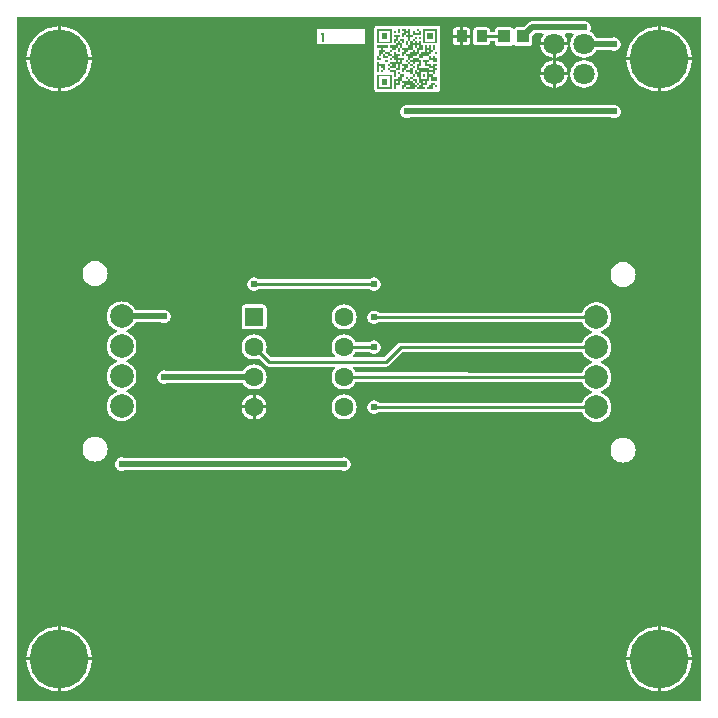
<source format=gtl>
G04 Layer: TopLayer*
G04 EasyEDA v6.5.34, 2023-08-21 18:11:39*
G04 7b247d529b5f40d99c6f45047b1d8e8f,5a6b42c53f6a479593ecc07194224c93,10*
G04 Gerber Generator version 0.2*
G04 Scale: 100 percent, Rotated: No, Reflected: No *
G04 Dimensions in millimeters *
G04 leading zeros omitted , absolute positions ,4 integer and 5 decimal *
%FSLAX45Y45*%
%MOMM*%

%ADD10C,0.1524*%
%ADD11C,0.5000*%
%ADD12C,0.2540*%
%ADD13R,1.0000X1.1000*%
%ADD14R,0.8999X1.0000*%
%ADD15R,1.6002X1.6002*%
%ADD16C,1.6002*%
%ADD17C,5.0000*%
%ADD18C,1.8000*%
%ADD19C,2.0000*%
%ADD20C,0.6096*%
%ADD21C,0.0172*%

%LPD*%
G36*
X5805932Y25908D02*
G01*
X36068Y26416D01*
X32156Y27178D01*
X28905Y29362D01*
X26670Y32664D01*
X25908Y36576D01*
X25908Y5805932D01*
X26670Y5809843D01*
X28905Y5813094D01*
X32156Y5815330D01*
X36068Y5816092D01*
X2555240Y5816092D01*
X2559100Y5815330D01*
X2562402Y5813094D01*
X2564638Y5809843D01*
X2565400Y5805932D01*
X2566162Y5809843D01*
X2568346Y5813094D01*
X2571648Y5815330D01*
X2575560Y5816092D01*
X3050540Y5816092D01*
X3054400Y5815330D01*
X3057702Y5813094D01*
X3059938Y5809843D01*
X3060700Y5805932D01*
X3061462Y5809843D01*
X3063646Y5813094D01*
X3066948Y5815330D01*
X3070860Y5816092D01*
X5805932Y5816092D01*
X5809843Y5815330D01*
X5813094Y5813094D01*
X5815330Y5809843D01*
X5816092Y5805932D01*
X5816092Y36068D01*
X5815330Y32207D01*
X5813094Y28905D01*
X5809843Y26670D01*
G37*

%LPC*%
G36*
X5156250Y3530803D02*
G01*
X5170068Y3531717D01*
X5183632Y3534410D01*
X5196738Y3538880D01*
X5209184Y3544976D01*
X5220665Y3552698D01*
X5231079Y3561842D01*
X5240223Y3572256D01*
X5247944Y3583736D01*
X5254040Y3596182D01*
X5258511Y3609289D01*
X5261203Y3622852D01*
X5262118Y3636670D01*
X5261203Y3650538D01*
X5258511Y3664102D01*
X5254040Y3677208D01*
X5247944Y3689654D01*
X5240223Y3701135D01*
X5231079Y3711549D01*
X5220665Y3720693D01*
X5209184Y3728415D01*
X5196738Y3734511D01*
X5183632Y3738981D01*
X5170068Y3741674D01*
X5156250Y3742588D01*
X5142382Y3741674D01*
X5128818Y3738981D01*
X5115712Y3734511D01*
X5103266Y3728415D01*
X5091785Y3720693D01*
X5081371Y3711549D01*
X5072227Y3701135D01*
X5064506Y3689654D01*
X5058410Y3677208D01*
X5053939Y3664102D01*
X5051247Y3650538D01*
X5050332Y3636670D01*
X5051247Y3622852D01*
X5053939Y3609289D01*
X5058410Y3596182D01*
X5064506Y3583736D01*
X5072227Y3572256D01*
X5081371Y3561842D01*
X5091785Y3552698D01*
X5103266Y3544976D01*
X5115712Y3538880D01*
X5128818Y3534410D01*
X5142382Y3531717D01*
G37*
G36*
X393700Y105562D02*
G01*
X398322Y105664D01*
X421284Y108051D01*
X443992Y112369D01*
X466242Y118618D01*
X487934Y126644D01*
X508812Y136499D01*
X528828Y148031D01*
X547827Y161239D01*
X565607Y175971D01*
X582117Y192125D01*
X597204Y209600D01*
X610819Y228295D01*
X622757Y248107D01*
X633018Y268782D01*
X641553Y290271D01*
X648208Y312369D01*
X653034Y334975D01*
X655929Y357936D01*
X656336Y368300D01*
X393700Y368300D01*
G37*
G36*
X5448300Y105613D02*
G01*
X5448300Y368300D01*
X5185410Y368300D01*
X5187289Y346405D01*
X5191150Y323646D01*
X5196890Y301244D01*
X5204460Y279450D01*
X5213858Y258317D01*
X5224983Y238099D01*
X5237784Y218846D01*
X5252161Y200710D01*
X5267960Y183896D01*
X5285130Y168402D01*
X5303520Y154432D01*
X5323027Y142087D01*
X5343499Y131368D01*
X5364835Y122428D01*
X5386781Y115265D01*
X5409285Y109982D01*
X5432145Y106629D01*
G37*
G36*
X368300Y105613D02*
G01*
X368300Y368300D01*
X105410Y368300D01*
X107289Y346405D01*
X111150Y323646D01*
X116890Y301244D01*
X124460Y279450D01*
X133858Y258317D01*
X144983Y238099D01*
X157784Y218846D01*
X172161Y200710D01*
X187960Y183896D01*
X205130Y168402D01*
X223520Y154432D01*
X243027Y142087D01*
X263499Y131368D01*
X284835Y122428D01*
X306781Y115265D01*
X329285Y109982D01*
X352145Y106629D01*
G37*
G36*
X5473700Y393700D02*
G01*
X5736336Y393700D01*
X5735929Y404063D01*
X5733034Y427024D01*
X5728208Y449630D01*
X5721553Y471728D01*
X5713018Y493217D01*
X5702757Y513892D01*
X5690819Y533704D01*
X5677204Y552348D01*
X5662117Y569874D01*
X5645607Y586028D01*
X5627827Y600760D01*
X5608828Y613968D01*
X5588812Y625500D01*
X5567934Y635355D01*
X5546242Y643382D01*
X5523992Y649630D01*
X5501284Y653948D01*
X5478322Y656336D01*
X5473700Y656437D01*
G37*
G36*
X393700Y393700D02*
G01*
X656336Y393700D01*
X655929Y404063D01*
X653034Y427024D01*
X648208Y449630D01*
X641553Y471728D01*
X633018Y493217D01*
X622757Y513892D01*
X610819Y533704D01*
X597204Y552348D01*
X582117Y569874D01*
X565607Y586028D01*
X547827Y600760D01*
X528828Y613968D01*
X508812Y625500D01*
X487934Y635355D01*
X466242Y643382D01*
X443992Y649630D01*
X421284Y653948D01*
X398322Y656336D01*
X393700Y656437D01*
G37*
G36*
X5185410Y393700D02*
G01*
X5448300Y393700D01*
X5448300Y656386D01*
X5432145Y655370D01*
X5409285Y652018D01*
X5386781Y646734D01*
X5364835Y639572D01*
X5343499Y630631D01*
X5323027Y619912D01*
X5303520Y607568D01*
X5285130Y593598D01*
X5267960Y578104D01*
X5252161Y561289D01*
X5237784Y543153D01*
X5224983Y523900D01*
X5213858Y503682D01*
X5204460Y482549D01*
X5196890Y460756D01*
X5191150Y438353D01*
X5187289Y415594D01*
G37*
G36*
X105410Y393700D02*
G01*
X368300Y393700D01*
X368300Y656386D01*
X352145Y655370D01*
X329285Y652018D01*
X306781Y646734D01*
X284835Y639572D01*
X263499Y630631D01*
X243027Y619912D01*
X223520Y607568D01*
X205130Y593598D01*
X187960Y578104D01*
X172161Y561289D01*
X157784Y543153D01*
X144983Y523900D01*
X133858Y503682D01*
X124460Y482549D01*
X116890Y460756D01*
X111150Y438353D01*
X107289Y415594D01*
G37*
G36*
X910793Y1975662D02*
G01*
X920597Y1976526D01*
X930097Y1979066D01*
X932434Y1980133D01*
X936701Y1981098D01*
X2768092Y1981098D01*
X2772359Y1980133D01*
X2774746Y1979066D01*
X2784195Y1976526D01*
X2794000Y1975662D01*
X2803804Y1976526D01*
X2813253Y1979066D01*
X2822194Y1983181D01*
X2830220Y1988820D01*
X2837180Y1995779D01*
X2842818Y2003806D01*
X2846933Y2012746D01*
X2849473Y2022195D01*
X2850337Y2032000D01*
X2849473Y2041804D01*
X2846933Y2051253D01*
X2842818Y2060193D01*
X2837180Y2068220D01*
X2830220Y2075180D01*
X2822194Y2080818D01*
X2813253Y2084933D01*
X2803804Y2087473D01*
X2794000Y2088337D01*
X2784195Y2087473D01*
X2774746Y2084933D01*
X2772359Y2083866D01*
X2768092Y2082901D01*
X936701Y2082901D01*
X932434Y2083866D01*
X930097Y2084933D01*
X920597Y2087473D01*
X910793Y2088337D01*
X901039Y2087473D01*
X891540Y2084933D01*
X882650Y2080818D01*
X874572Y2075180D01*
X867664Y2068220D01*
X862025Y2060193D01*
X857859Y2051253D01*
X855319Y2041804D01*
X854456Y2032000D01*
X855319Y2022195D01*
X857859Y2012746D01*
X862025Y2003806D01*
X867664Y1995779D01*
X874572Y1988820D01*
X882650Y1983181D01*
X891540Y1979066D01*
X901039Y1976526D01*
G37*
G36*
X3801211Y5664200D02*
G01*
X3859377Y5664200D01*
X3859377Y5700928D01*
X3858666Y5707227D01*
X3856786Y5712714D01*
X3853687Y5717590D01*
X3849573Y5721705D01*
X3844696Y5724804D01*
X3839210Y5726684D01*
X3832910Y5727395D01*
X3801211Y5727395D01*
G37*
G36*
X5156250Y2043734D02*
G01*
X5170068Y2044598D01*
X5183632Y2047341D01*
X5196738Y2051761D01*
X5209184Y2057907D01*
X5220665Y2065578D01*
X5231079Y2074722D01*
X5240223Y2085136D01*
X5247944Y2096668D01*
X5254040Y2109063D01*
X5258511Y2122220D01*
X5261203Y2135784D01*
X5262118Y2149602D01*
X5261203Y2163419D01*
X5258511Y2176983D01*
X5254040Y2190140D01*
X5247944Y2202535D01*
X5240223Y2214067D01*
X5231079Y2224481D01*
X5220665Y2233625D01*
X5209184Y2241296D01*
X5196738Y2247442D01*
X5183632Y2251862D01*
X5170068Y2254605D01*
X5156250Y2255469D01*
X5142382Y2254605D01*
X5128818Y2251862D01*
X5115712Y2247442D01*
X5103266Y2241296D01*
X5091785Y2233625D01*
X5081371Y2224481D01*
X5072227Y2214067D01*
X5064506Y2202535D01*
X5058410Y2190140D01*
X5053939Y2176983D01*
X5051247Y2163419D01*
X5050332Y2149602D01*
X5051247Y2135784D01*
X5053939Y2122220D01*
X5058410Y2109063D01*
X5064506Y2096668D01*
X5072227Y2085136D01*
X5081371Y2074722D01*
X5091785Y2065578D01*
X5103266Y2057907D01*
X5115712Y2051761D01*
X5128818Y2047341D01*
X5142382Y2044598D01*
G37*
G36*
X685800Y2051913D02*
G01*
X699617Y2052828D01*
X713181Y2055520D01*
X726338Y2059990D01*
X738733Y2066086D01*
X750265Y2073808D01*
X760679Y2082952D01*
X769823Y2093366D01*
X777494Y2104847D01*
X783640Y2117293D01*
X788060Y2130399D01*
X790803Y2143963D01*
X791667Y2157780D01*
X790803Y2171649D01*
X788060Y2185212D01*
X783640Y2198319D01*
X777494Y2210765D01*
X769823Y2222246D01*
X760679Y2232660D01*
X750265Y2241804D01*
X738733Y2249525D01*
X726338Y2255621D01*
X713181Y2260092D01*
X699617Y2262784D01*
X685800Y2263698D01*
X671982Y2262784D01*
X658418Y2260092D01*
X645261Y2255621D01*
X632866Y2249525D01*
X621334Y2241804D01*
X610920Y2232660D01*
X601776Y2222246D01*
X594106Y2210765D01*
X587959Y2198319D01*
X583539Y2185212D01*
X580796Y2171649D01*
X579932Y2157780D01*
X580796Y2143963D01*
X583539Y2130399D01*
X587959Y2117293D01*
X594106Y2104847D01*
X601776Y2093366D01*
X610920Y2082952D01*
X621334Y2073808D01*
X632866Y2066086D01*
X645261Y2059990D01*
X658418Y2055520D01*
X671982Y2052828D01*
G37*
G36*
X3717594Y5664200D02*
G01*
X3775811Y5664200D01*
X3775811Y5727395D01*
X3744061Y5727395D01*
X3737762Y5726684D01*
X3732276Y5724804D01*
X3727399Y5721705D01*
X3723284Y5717590D01*
X3720185Y5712714D01*
X3718306Y5707227D01*
X3717594Y5700928D01*
G37*
G36*
X4931206Y2386279D02*
G01*
X4946396Y2387193D01*
X4961331Y2389936D01*
X4975860Y2394458D01*
X4989728Y2400706D01*
X5002733Y2408580D01*
X5014722Y2417927D01*
X5025440Y2428697D01*
X5034838Y2440635D01*
X5042662Y2453690D01*
X5048910Y2467508D01*
X5053431Y2482037D01*
X5056174Y2496972D01*
X5057089Y2512161D01*
X5056174Y2527350D01*
X5053431Y2542286D01*
X5048910Y2556814D01*
X5042662Y2570683D01*
X5034838Y2583688D01*
X5025440Y2595626D01*
X5014722Y2606395D01*
X5002733Y2615793D01*
X4989728Y2623616D01*
X4975809Y2629916D01*
X4972659Y2632151D01*
X4970526Y2635351D01*
X4969814Y2639161D01*
X4970526Y2642971D01*
X4972659Y2646222D01*
X4975809Y2648458D01*
X4989728Y2654706D01*
X5002733Y2662580D01*
X5014722Y2671927D01*
X5025440Y2682697D01*
X5034838Y2694635D01*
X5042662Y2707690D01*
X5048910Y2721508D01*
X5053431Y2736037D01*
X5056174Y2750972D01*
X5057089Y2766161D01*
X5056174Y2781350D01*
X5053431Y2796286D01*
X5048910Y2810814D01*
X5042662Y2824683D01*
X5034838Y2837688D01*
X5025440Y2849626D01*
X5014722Y2860395D01*
X5002733Y2869793D01*
X4989728Y2877616D01*
X4975809Y2883916D01*
X4972659Y2886151D01*
X4970526Y2889351D01*
X4969814Y2893161D01*
X4970526Y2896971D01*
X4972659Y2900222D01*
X4975809Y2902458D01*
X4989728Y2908706D01*
X5002733Y2916580D01*
X5014722Y2925927D01*
X5025440Y2936697D01*
X5034838Y2948635D01*
X5042662Y2961690D01*
X5048910Y2975508D01*
X5053431Y2990037D01*
X5056174Y3004972D01*
X5057089Y3020161D01*
X5056174Y3035350D01*
X5053431Y3050286D01*
X5048910Y3064814D01*
X5042662Y3078683D01*
X5034838Y3091688D01*
X5025440Y3103626D01*
X5014722Y3114395D01*
X5002733Y3123793D01*
X4989728Y3131616D01*
X4975809Y3137916D01*
X4972659Y3140151D01*
X4970526Y3143351D01*
X4969814Y3147161D01*
X4970526Y3150971D01*
X4972659Y3154222D01*
X4975809Y3156458D01*
X4989728Y3162706D01*
X5002733Y3170580D01*
X5014722Y3179927D01*
X5025440Y3190697D01*
X5034838Y3202635D01*
X5042662Y3215690D01*
X5048910Y3229508D01*
X5053431Y3244037D01*
X5056174Y3258972D01*
X5057089Y3274161D01*
X5056174Y3289350D01*
X5053431Y3304286D01*
X5048910Y3318814D01*
X5042662Y3332683D01*
X5034838Y3345687D01*
X5025440Y3357626D01*
X5014722Y3368395D01*
X5002733Y3377793D01*
X4989728Y3385616D01*
X4975860Y3391865D01*
X4961331Y3396386D01*
X4946396Y3399129D01*
X4931206Y3400044D01*
X4916017Y3399129D01*
X4901082Y3396386D01*
X4886553Y3391865D01*
X4872736Y3385616D01*
X4859680Y3377793D01*
X4847742Y3368395D01*
X4836972Y3357626D01*
X4827625Y3345687D01*
X4819751Y3332683D01*
X4813503Y3318764D01*
X4811268Y3315614D01*
X4808016Y3313480D01*
X4804206Y3312769D01*
X3093008Y3312769D01*
X3089097Y3313531D01*
X3085795Y3315766D01*
X3084220Y3317341D01*
X3076194Y3322980D01*
X3067253Y3327095D01*
X3057804Y3329635D01*
X3048000Y3330498D01*
X3038195Y3329635D01*
X3028746Y3327095D01*
X3019806Y3322980D01*
X3011779Y3317341D01*
X3004820Y3310382D01*
X2999181Y3302355D01*
X2995066Y3293414D01*
X2992526Y3283965D01*
X2991662Y3274161D01*
X2992526Y3264357D01*
X2995066Y3254908D01*
X2999181Y3245967D01*
X3004820Y3237941D01*
X3011779Y3230981D01*
X3019806Y3225342D01*
X3028746Y3221228D01*
X3038195Y3218688D01*
X3048000Y3217824D01*
X3057804Y3218688D01*
X3067253Y3221228D01*
X3076194Y3225342D01*
X3084220Y3230981D01*
X3085795Y3232556D01*
X3089097Y3234791D01*
X3093008Y3235553D01*
X4804206Y3235553D01*
X4808016Y3234842D01*
X4811268Y3232708D01*
X4813503Y3229559D01*
X4819751Y3215690D01*
X4827625Y3202635D01*
X4836972Y3190697D01*
X4847742Y3179927D01*
X4859680Y3170580D01*
X4872736Y3162706D01*
X4886655Y3156458D01*
X4889804Y3154222D01*
X4891887Y3150971D01*
X4892649Y3147161D01*
X4891887Y3143351D01*
X4889804Y3140151D01*
X4886655Y3137916D01*
X4872736Y3131616D01*
X4859680Y3123793D01*
X4847742Y3114395D01*
X4836972Y3103626D01*
X4827625Y3091688D01*
X4819751Y3078683D01*
X4813503Y3064764D01*
X4811268Y3061614D01*
X4808016Y3059480D01*
X4804206Y3058769D01*
X3274669Y3058769D01*
X3266643Y3057956D01*
X3259429Y3055772D01*
X3252724Y3052216D01*
X3246526Y3047085D01*
X3136595Y2937154D01*
X3133293Y2934970D01*
X3129381Y2934208D01*
X2879445Y2934208D01*
X2875686Y2934919D01*
X2872435Y2937002D01*
X2870200Y2940151D01*
X2869285Y2943910D01*
X2869844Y2947720D01*
X2871825Y2951073D01*
X2878023Y2958134D01*
X2885694Y2969666D01*
X2889961Y2978302D01*
X2892247Y2981299D01*
X2895396Y2983280D01*
X2899105Y2983992D01*
X3002991Y2983992D01*
X3006902Y2983230D01*
X3010204Y2980994D01*
X3011779Y2979420D01*
X3019806Y2973781D01*
X3028746Y2969666D01*
X3038195Y2967126D01*
X3048000Y2966262D01*
X3057804Y2967126D01*
X3067253Y2969666D01*
X3076194Y2973781D01*
X3084220Y2979420D01*
X3091180Y2986379D01*
X3096818Y2994406D01*
X3100933Y3003346D01*
X3103473Y3012795D01*
X3104337Y3022600D01*
X3103473Y3032404D01*
X3100933Y3041853D01*
X3096818Y3050794D01*
X3091180Y3058820D01*
X3084220Y3065780D01*
X3076194Y3071418D01*
X3067253Y3075533D01*
X3057804Y3078073D01*
X3048000Y3078937D01*
X3038195Y3078073D01*
X3028746Y3075533D01*
X3019806Y3071418D01*
X3011779Y3065780D01*
X3010204Y3064205D01*
X3006902Y3061970D01*
X3002991Y3061208D01*
X2899105Y3061208D01*
X2895396Y3061919D01*
X2892247Y3063900D01*
X2889961Y3066897D01*
X2885694Y3075533D01*
X2878023Y3087065D01*
X2868879Y3097479D01*
X2858465Y3106623D01*
X2846933Y3114294D01*
X2834538Y3120440D01*
X2821381Y3124860D01*
X2807817Y3127603D01*
X2794000Y3128467D01*
X2780182Y3127603D01*
X2766568Y3124860D01*
X2753461Y3120440D01*
X2741066Y3114294D01*
X2729534Y3106623D01*
X2719120Y3097479D01*
X2709976Y3087065D01*
X2702306Y3075533D01*
X2696159Y3063138D01*
X2691688Y3049981D01*
X2688996Y3036417D01*
X2688082Y3022600D01*
X2688996Y3008782D01*
X2691688Y2995168D01*
X2696159Y2982061D01*
X2702306Y2969666D01*
X2709976Y2958134D01*
X2716174Y2951073D01*
X2718104Y2947720D01*
X2718714Y2943910D01*
X2717800Y2940151D01*
X2715564Y2937002D01*
X2712313Y2934919D01*
X2708554Y2934208D01*
X2179218Y2934208D01*
X2175306Y2934970D01*
X2172004Y2937154D01*
X2133600Y2975559D01*
X2131517Y2978658D01*
X2130653Y2982315D01*
X2131161Y2986024D01*
X2134260Y2995168D01*
X2137003Y3008782D01*
X2137867Y3022600D01*
X2137003Y3036417D01*
X2134260Y3049981D01*
X2129840Y3063138D01*
X2123694Y3075533D01*
X2116023Y3087065D01*
X2106879Y3097479D01*
X2096465Y3106623D01*
X2084933Y3114294D01*
X2072538Y3120440D01*
X2059381Y3124860D01*
X2045817Y3127603D01*
X2032000Y3128467D01*
X2018182Y3127603D01*
X2004568Y3124860D01*
X1991461Y3120440D01*
X1979066Y3114294D01*
X1967534Y3106623D01*
X1957120Y3097479D01*
X1947976Y3087065D01*
X1940306Y3075533D01*
X1934159Y3063138D01*
X1929688Y3049981D01*
X1926996Y3036417D01*
X1926082Y3022600D01*
X1926996Y3008782D01*
X1929688Y2995168D01*
X1934159Y2982061D01*
X1940306Y2969666D01*
X1947976Y2958134D01*
X1957120Y2947720D01*
X1967534Y2938576D01*
X1979066Y2930906D01*
X1991461Y2924759D01*
X2004568Y2920288D01*
X2018182Y2917596D01*
X2032000Y2916682D01*
X2045817Y2917596D01*
X2059381Y2920288D01*
X2068575Y2923438D01*
X2072284Y2923946D01*
X2075942Y2923082D01*
X2078989Y2921000D01*
X2131364Y2868625D01*
X2137562Y2863545D01*
X2144217Y2859989D01*
X2151481Y2857754D01*
X2159508Y2856992D01*
X2708554Y2856992D01*
X2712313Y2856230D01*
X2715564Y2854147D01*
X2717800Y2850997D01*
X2718714Y2847289D01*
X2718104Y2843479D01*
X2716174Y2840126D01*
X2709976Y2833065D01*
X2702306Y2821533D01*
X2696159Y2809138D01*
X2691688Y2795981D01*
X2688996Y2782417D01*
X2688082Y2768600D01*
X2688996Y2754782D01*
X2691688Y2741168D01*
X2696159Y2728061D01*
X2702306Y2715666D01*
X2709976Y2704134D01*
X2719120Y2693720D01*
X2729534Y2684576D01*
X2741066Y2676906D01*
X2753461Y2670759D01*
X2766568Y2666288D01*
X2780182Y2663596D01*
X2794000Y2662682D01*
X2807817Y2663596D01*
X2821381Y2666288D01*
X2834538Y2670759D01*
X2846933Y2676906D01*
X2858465Y2684576D01*
X2868879Y2693720D01*
X2878023Y2704134D01*
X2885694Y2715666D01*
X2889910Y2724200D01*
X2892196Y2727198D01*
X2895346Y2729179D01*
X2899054Y2729890D01*
X4804206Y2727604D01*
X4808016Y2726842D01*
X4811268Y2724759D01*
X4813452Y2721610D01*
X4819751Y2707690D01*
X4827625Y2694635D01*
X4836972Y2682697D01*
X4847742Y2671927D01*
X4859680Y2662580D01*
X4872736Y2654706D01*
X4886655Y2648458D01*
X4889804Y2646222D01*
X4891887Y2642971D01*
X4892649Y2639161D01*
X4891887Y2635351D01*
X4889804Y2632151D01*
X4886655Y2629916D01*
X4872736Y2623616D01*
X4859680Y2615793D01*
X4847742Y2606395D01*
X4836972Y2595626D01*
X4827625Y2583688D01*
X4819751Y2570683D01*
X4813503Y2556764D01*
X4811268Y2553614D01*
X4808016Y2551531D01*
X4804206Y2550769D01*
X3095396Y2550769D01*
X3091535Y2551531D01*
X3088233Y2553766D01*
X3084220Y2557780D01*
X3076194Y2563418D01*
X3067253Y2567533D01*
X3057804Y2570073D01*
X3048000Y2570937D01*
X3038195Y2570073D01*
X3028746Y2567533D01*
X3019806Y2563418D01*
X3011779Y2557780D01*
X3004820Y2550820D01*
X2999181Y2542794D01*
X2995066Y2533853D01*
X2992526Y2524404D01*
X2991662Y2514600D01*
X2992526Y2504795D01*
X2995066Y2495346D01*
X2999181Y2486406D01*
X3004820Y2478379D01*
X3011779Y2471420D01*
X3019806Y2465781D01*
X3028746Y2461666D01*
X3038195Y2459126D01*
X3048000Y2458262D01*
X3057804Y2459126D01*
X3067253Y2461666D01*
X3076194Y2465781D01*
X3084626Y2471724D01*
X3087420Y2473096D01*
X3090468Y2473553D01*
X4804206Y2473553D01*
X4808016Y2472842D01*
X4811268Y2470708D01*
X4813503Y2467559D01*
X4819751Y2453690D01*
X4827625Y2440635D01*
X4836972Y2428697D01*
X4847742Y2417927D01*
X4859680Y2408580D01*
X4872736Y2400706D01*
X4886553Y2394458D01*
X4901082Y2389936D01*
X4916017Y2387193D01*
G37*
G36*
X910793Y2394458D02*
G01*
X925982Y2395372D01*
X940917Y2398115D01*
X955446Y2402636D01*
X969314Y2408885D01*
X982319Y2416708D01*
X994308Y2426106D01*
X1005027Y2436876D01*
X1014425Y2448814D01*
X1022299Y2461818D01*
X1028496Y2475687D01*
X1033018Y2490216D01*
X1035761Y2505151D01*
X1036675Y2520340D01*
X1035761Y2535529D01*
X1033018Y2550464D01*
X1028496Y2564993D01*
X1022299Y2578811D01*
X1014425Y2591866D01*
X1005027Y2603804D01*
X994308Y2614574D01*
X982319Y2623921D01*
X969314Y2631795D01*
X955395Y2638044D01*
X952246Y2640279D01*
X950112Y2643530D01*
X949401Y2647340D01*
X950112Y2651150D01*
X952246Y2654350D01*
X955395Y2656586D01*
X969314Y2662885D01*
X982319Y2670708D01*
X994308Y2680106D01*
X1005027Y2690876D01*
X1014425Y2702814D01*
X1022299Y2715818D01*
X1028496Y2729687D01*
X1033018Y2744216D01*
X1035761Y2759151D01*
X1036675Y2774340D01*
X1035761Y2789529D01*
X1033018Y2804464D01*
X1028496Y2818993D01*
X1022299Y2832811D01*
X1014425Y2845866D01*
X1005027Y2857804D01*
X994308Y2868574D01*
X982319Y2877921D01*
X969314Y2885795D01*
X955395Y2892044D01*
X952246Y2894279D01*
X950112Y2897530D01*
X949401Y2901340D01*
X950112Y2905150D01*
X952246Y2908350D01*
X955395Y2910586D01*
X969314Y2916885D01*
X982319Y2924708D01*
X994308Y2934106D01*
X1005027Y2944876D01*
X1014425Y2956814D01*
X1022299Y2969818D01*
X1028496Y2983687D01*
X1033018Y2998216D01*
X1035761Y3013151D01*
X1036675Y3028340D01*
X1035761Y3043529D01*
X1033018Y3058464D01*
X1028496Y3072993D01*
X1022299Y3086811D01*
X1014425Y3099866D01*
X1005027Y3111804D01*
X994308Y3122574D01*
X982319Y3131921D01*
X969314Y3139795D01*
X955395Y3146044D01*
X952246Y3148279D01*
X950112Y3151530D01*
X949401Y3155340D01*
X950112Y3159150D01*
X952246Y3162350D01*
X955395Y3164586D01*
X969314Y3170885D01*
X982319Y3178708D01*
X994308Y3188106D01*
X1005027Y3198876D01*
X1014425Y3210814D01*
X1022299Y3223818D01*
X1023061Y3225546D01*
X1025296Y3228695D01*
X1028496Y3230778D01*
X1032306Y3231540D01*
X1243888Y3231540D01*
X1248206Y3230575D01*
X1250746Y3229406D01*
X1260195Y3226866D01*
X1270000Y3226003D01*
X1279804Y3226866D01*
X1289253Y3229406D01*
X1298194Y3233572D01*
X1306220Y3239160D01*
X1313180Y3246120D01*
X1318818Y3254197D01*
X1322933Y3263087D01*
X1325473Y3272586D01*
X1326337Y3282340D01*
X1325473Y3292144D01*
X1322933Y3301644D01*
X1318818Y3310534D01*
X1313180Y3318560D01*
X1306220Y3325520D01*
X1298194Y3331159D01*
X1289253Y3335274D01*
X1279804Y3337864D01*
X1270000Y3338677D01*
X1260195Y3337864D01*
X1250746Y3335274D01*
X1248613Y3334308D01*
X1244295Y3333343D01*
X1032205Y3333343D01*
X1028446Y3334105D01*
X1025194Y3336188D01*
X1014425Y3353866D01*
X1005027Y3365804D01*
X994308Y3376574D01*
X982319Y3385921D01*
X969314Y3393795D01*
X955446Y3400044D01*
X940917Y3404565D01*
X925982Y3407308D01*
X910793Y3408222D01*
X895654Y3407308D01*
X880668Y3404565D01*
X866190Y3400044D01*
X852322Y3393795D01*
X839317Y3385921D01*
X827328Y3376574D01*
X816559Y3365804D01*
X807212Y3353866D01*
X799338Y3340811D01*
X793089Y3326993D01*
X788568Y3312464D01*
X785825Y3297529D01*
X784910Y3282340D01*
X785825Y3267151D01*
X788568Y3252215D01*
X793089Y3237687D01*
X799338Y3223818D01*
X807212Y3210814D01*
X816559Y3198876D01*
X827328Y3188106D01*
X839317Y3178708D01*
X852322Y3170885D01*
X866241Y3164586D01*
X869391Y3162350D01*
X871474Y3159150D01*
X872236Y3155340D01*
X871474Y3151530D01*
X869391Y3148279D01*
X866241Y3146044D01*
X852322Y3139795D01*
X839317Y3131921D01*
X827328Y3122574D01*
X816559Y3111804D01*
X807212Y3099866D01*
X799338Y3086811D01*
X793089Y3072993D01*
X788568Y3058464D01*
X785825Y3043529D01*
X784910Y3028340D01*
X785825Y3013151D01*
X788568Y2998216D01*
X793089Y2983687D01*
X799338Y2969818D01*
X807212Y2956814D01*
X816559Y2944876D01*
X827328Y2934106D01*
X839317Y2924708D01*
X852322Y2916885D01*
X866241Y2910586D01*
X869391Y2908350D01*
X871474Y2905150D01*
X872236Y2901340D01*
X871474Y2897530D01*
X869391Y2894279D01*
X866241Y2892044D01*
X852322Y2885795D01*
X839317Y2877921D01*
X827328Y2868574D01*
X816559Y2857804D01*
X807212Y2845866D01*
X799338Y2832811D01*
X793089Y2818993D01*
X788568Y2804464D01*
X785825Y2789529D01*
X784910Y2774340D01*
X785825Y2759151D01*
X788568Y2744216D01*
X793089Y2729687D01*
X799338Y2715818D01*
X807212Y2702814D01*
X816559Y2690876D01*
X827328Y2680106D01*
X839317Y2670708D01*
X852322Y2662885D01*
X866241Y2656586D01*
X869391Y2654350D01*
X871474Y2651150D01*
X872236Y2647340D01*
X871474Y2643530D01*
X869391Y2640279D01*
X866241Y2638044D01*
X852322Y2631795D01*
X839317Y2623921D01*
X827328Y2614574D01*
X816559Y2603804D01*
X807212Y2591866D01*
X799338Y2578811D01*
X793089Y2564993D01*
X788568Y2550464D01*
X785825Y2535529D01*
X784910Y2520340D01*
X785825Y2505151D01*
X788568Y2490216D01*
X793089Y2475687D01*
X799338Y2461818D01*
X807212Y2448814D01*
X816559Y2436876D01*
X827328Y2426106D01*
X839317Y2416708D01*
X852322Y2408885D01*
X866190Y2402636D01*
X880668Y2398115D01*
X895654Y2395372D01*
G37*
G36*
X2794000Y2408682D02*
G01*
X2807817Y2409596D01*
X2821381Y2412288D01*
X2834538Y2416759D01*
X2846933Y2422906D01*
X2858465Y2430576D01*
X2868879Y2439720D01*
X2878023Y2450134D01*
X2885694Y2461666D01*
X2891840Y2474061D01*
X2896260Y2487168D01*
X2899003Y2500782D01*
X2899867Y2514600D01*
X2899003Y2528417D01*
X2896260Y2541981D01*
X2891840Y2555138D01*
X2885694Y2567533D01*
X2878023Y2579065D01*
X2868879Y2589479D01*
X2858465Y2598623D01*
X2846933Y2606294D01*
X2834538Y2612440D01*
X2821381Y2616860D01*
X2807817Y2619603D01*
X2794000Y2620467D01*
X2780182Y2619603D01*
X2766568Y2616860D01*
X2753461Y2612440D01*
X2741066Y2606294D01*
X2729534Y2598623D01*
X2719120Y2589479D01*
X2709976Y2579065D01*
X2702306Y2567533D01*
X2696159Y2555138D01*
X2691688Y2541981D01*
X2688996Y2528417D01*
X2688082Y2514600D01*
X2688996Y2500782D01*
X2691688Y2487168D01*
X2696159Y2474061D01*
X2702306Y2461666D01*
X2709976Y2450134D01*
X2719120Y2439720D01*
X2729534Y2430576D01*
X2741066Y2422906D01*
X2753461Y2416759D01*
X2766568Y2412288D01*
X2780182Y2409596D01*
G37*
G36*
X2019300Y2409545D02*
G01*
X2019300Y2501900D01*
X1926945Y2501900D01*
X1926996Y2500782D01*
X1929688Y2487168D01*
X1934159Y2474061D01*
X1940306Y2461666D01*
X1947976Y2450134D01*
X1957120Y2439720D01*
X1967534Y2430576D01*
X1979066Y2422906D01*
X1991461Y2416759D01*
X2004568Y2412288D01*
X2018182Y2409596D01*
G37*
G36*
X2044700Y2409545D02*
G01*
X2045817Y2409596D01*
X2059381Y2412288D01*
X2072538Y2416759D01*
X2084933Y2422906D01*
X2096465Y2430576D01*
X2106879Y2439720D01*
X2116023Y2450134D01*
X2123694Y2461666D01*
X2129840Y2474061D01*
X2134260Y2487168D01*
X2137003Y2500782D01*
X2137054Y2501900D01*
X2044700Y2501900D01*
G37*
G36*
X2596438Y5583682D02*
G01*
X2626563Y5583682D01*
X2632862Y5584393D01*
X2641142Y5587593D01*
X2643936Y5588000D01*
X2970784Y5588000D01*
X2971800Y5589016D01*
X2971800Y5713984D01*
X2970784Y5715000D01*
X2639822Y5715000D01*
X2636469Y5715558D01*
X2632862Y5716828D01*
X2626563Y5717540D01*
X2596438Y5717540D01*
X2590139Y5716828D01*
X2586532Y5715558D01*
X2583180Y5715000D01*
X2575560Y5715000D01*
X2571648Y5715762D01*
X2568346Y5717997D01*
X2566162Y5721248D01*
X2565400Y5725160D01*
X2565400Y5589016D01*
X2566416Y5588000D01*
X2579065Y5588000D01*
X2581859Y5587593D01*
X2584653Y5586323D01*
X2590139Y5584393D01*
G37*
G36*
X1926945Y2527300D02*
G01*
X2019300Y2527300D01*
X2019300Y2619654D01*
X2018182Y2619603D01*
X2004568Y2616860D01*
X1991461Y2612440D01*
X1979066Y2606294D01*
X1967534Y2598623D01*
X1957120Y2589479D01*
X1947976Y2579065D01*
X1940306Y2567533D01*
X1934159Y2555138D01*
X1929688Y2541981D01*
X1926996Y2528417D01*
G37*
G36*
X2044700Y2527300D02*
G01*
X2137054Y2527300D01*
X2137003Y2528417D01*
X2134260Y2541981D01*
X2129840Y2555138D01*
X2123694Y2567533D01*
X2116023Y2579065D01*
X2106879Y2589479D01*
X2096465Y2598623D01*
X2084933Y2606294D01*
X2072538Y2612440D01*
X2059381Y2616860D01*
X2045817Y2619603D01*
X2044700Y2619654D01*
G37*
G36*
X3801211Y5575604D02*
G01*
X3832910Y5575604D01*
X3839210Y5576316D01*
X3844696Y5578195D01*
X3849573Y5581294D01*
X3853687Y5585358D01*
X3856786Y5590286D01*
X3858666Y5595721D01*
X3859377Y5602071D01*
X3859377Y5638800D01*
X3801211Y5638800D01*
G37*
G36*
X2032000Y2662682D02*
G01*
X2045817Y2663596D01*
X2059381Y2666288D01*
X2072538Y2670759D01*
X2084933Y2676906D01*
X2096465Y2684576D01*
X2106879Y2693720D01*
X2116023Y2704134D01*
X2123694Y2715666D01*
X2129840Y2728061D01*
X2134260Y2741168D01*
X2137003Y2754782D01*
X2137867Y2768600D01*
X2137003Y2782417D01*
X2134260Y2795981D01*
X2129840Y2809138D01*
X2123694Y2821533D01*
X2116023Y2833065D01*
X2106879Y2843479D01*
X2096465Y2852623D01*
X2084933Y2860294D01*
X2072538Y2866440D01*
X2059381Y2870860D01*
X2045817Y2873603D01*
X2032000Y2874467D01*
X2018182Y2873603D01*
X2004568Y2870860D01*
X1991461Y2866440D01*
X1979066Y2860294D01*
X1967534Y2852623D01*
X1957120Y2843479D01*
X1947976Y2833065D01*
X1941931Y2824022D01*
X1939696Y2821584D01*
X1936750Y2820060D01*
X1933498Y2819501D01*
X1295908Y2819501D01*
X1291590Y2820466D01*
X1289253Y2821533D01*
X1279804Y2824073D01*
X1270000Y2824937D01*
X1260195Y2824073D01*
X1250746Y2821533D01*
X1241806Y2817418D01*
X1233779Y2811780D01*
X1226820Y2804820D01*
X1221181Y2796794D01*
X1217066Y2787853D01*
X1214526Y2778404D01*
X1213662Y2768600D01*
X1214526Y2758795D01*
X1217066Y2749346D01*
X1221181Y2740406D01*
X1226820Y2732379D01*
X1233779Y2725420D01*
X1241806Y2719781D01*
X1250746Y2715666D01*
X1260195Y2713126D01*
X1270000Y2712262D01*
X1279804Y2713126D01*
X1289253Y2715666D01*
X1291640Y2716733D01*
X1295908Y2717698D01*
X1933498Y2717698D01*
X1936750Y2717139D01*
X1939696Y2715615D01*
X1941931Y2713177D01*
X1947976Y2704134D01*
X1957120Y2693720D01*
X1967534Y2684576D01*
X1979066Y2676906D01*
X1991461Y2670759D01*
X2004568Y2666288D01*
X2018182Y2663596D01*
G37*
G36*
X3744061Y5575604D02*
G01*
X3775811Y5575604D01*
X3775811Y5638800D01*
X3717594Y5638800D01*
X3717594Y5602071D01*
X3718306Y5595721D01*
X3720185Y5590286D01*
X3723284Y5585358D01*
X3727399Y5581294D01*
X3732276Y5578195D01*
X3737762Y5576316D01*
G37*
G36*
X105410Y5473700D02*
G01*
X368300Y5473700D01*
X368300Y5736386D01*
X352145Y5735370D01*
X329285Y5732018D01*
X306781Y5726734D01*
X284835Y5719572D01*
X263499Y5710631D01*
X243027Y5699912D01*
X223520Y5687568D01*
X205130Y5673598D01*
X187960Y5658104D01*
X172161Y5641289D01*
X157784Y5623153D01*
X144983Y5603900D01*
X133858Y5583682D01*
X124460Y5562549D01*
X116890Y5540756D01*
X111150Y5518353D01*
X107289Y5495594D01*
G37*
G36*
X5185410Y5473700D02*
G01*
X5448300Y5473700D01*
X5448300Y5736386D01*
X5432145Y5735370D01*
X5409285Y5732018D01*
X5386781Y5726734D01*
X5364835Y5719572D01*
X5343499Y5710631D01*
X5323027Y5699912D01*
X5303520Y5687568D01*
X5285130Y5673598D01*
X5267960Y5658104D01*
X5252161Y5641289D01*
X5237784Y5623153D01*
X5224983Y5603900D01*
X5213858Y5583682D01*
X5204460Y5562549D01*
X5196890Y5540756D01*
X5191150Y5518353D01*
X5187289Y5495594D01*
G37*
G36*
X5473700Y5473700D02*
G01*
X5736336Y5473700D01*
X5735929Y5484063D01*
X5733034Y5507024D01*
X5728208Y5529630D01*
X5721553Y5551728D01*
X5713018Y5573217D01*
X5702757Y5593892D01*
X5690819Y5613704D01*
X5677204Y5632348D01*
X5662117Y5649874D01*
X5645607Y5666028D01*
X5627827Y5680760D01*
X5608828Y5693968D01*
X5588812Y5705500D01*
X5567934Y5715355D01*
X5546242Y5723382D01*
X5523992Y5729630D01*
X5501284Y5733948D01*
X5478322Y5736336D01*
X5473700Y5736437D01*
G37*
G36*
X393700Y5473700D02*
G01*
X656336Y5473700D01*
X655929Y5484063D01*
X653034Y5507024D01*
X648208Y5529630D01*
X641553Y5551728D01*
X633018Y5573217D01*
X622757Y5593892D01*
X610819Y5613704D01*
X597204Y5632348D01*
X582117Y5649874D01*
X565607Y5666028D01*
X547827Y5680760D01*
X528828Y5693968D01*
X508812Y5705500D01*
X487934Y5715355D01*
X466242Y5723382D01*
X443992Y5729630D01*
X421284Y5733948D01*
X398322Y5736336D01*
X393700Y5736437D01*
G37*
G36*
X4559300Y5473039D02*
G01*
X4559300Y5575300D01*
X4456887Y5575300D01*
X4457039Y5573471D01*
X4459732Y5559196D01*
X4464253Y5545328D01*
X4470450Y5532170D01*
X4478223Y5519877D01*
X4487519Y5508650D01*
X4498136Y5498693D01*
X4509922Y5490159D01*
X4522673Y5483148D01*
X4536186Y5477764D01*
X4550308Y5474157D01*
G37*
G36*
X4584700Y5473039D02*
G01*
X4593691Y5474157D01*
X4607814Y5477764D01*
X4621326Y5483148D01*
X4634077Y5490159D01*
X4645863Y5498693D01*
X4656480Y5508650D01*
X4665776Y5519877D01*
X4673549Y5532170D01*
X4679746Y5545328D01*
X4684268Y5559196D01*
X4686960Y5573471D01*
X4687112Y5575300D01*
X4584700Y5575300D01*
G37*
G36*
X4818735Y5472328D02*
G01*
X4833264Y5472328D01*
X4847691Y5474157D01*
X4861814Y5477764D01*
X4875326Y5483148D01*
X4888077Y5490159D01*
X4899863Y5498693D01*
X4910480Y5508650D01*
X4919776Y5519877D01*
X4927701Y5532374D01*
X4929936Y5534914D01*
X4932934Y5536539D01*
X4936286Y5537098D01*
X5054092Y5537098D01*
X5058410Y5536133D01*
X5060746Y5535066D01*
X5070195Y5532526D01*
X5080000Y5531662D01*
X5089804Y5532526D01*
X5099253Y5535066D01*
X5108194Y5539181D01*
X5116220Y5544820D01*
X5123180Y5551779D01*
X5128818Y5559806D01*
X5132933Y5568746D01*
X5135473Y5578195D01*
X5136337Y5588000D01*
X5135473Y5597804D01*
X5132933Y5607253D01*
X5128818Y5616194D01*
X5123180Y5624220D01*
X5116220Y5631180D01*
X5108194Y5636818D01*
X5099253Y5640933D01*
X5089804Y5643473D01*
X5080000Y5644337D01*
X5070195Y5643473D01*
X5060746Y5640933D01*
X5058410Y5639866D01*
X5054092Y5638901D01*
X4936286Y5638901D01*
X4932934Y5639460D01*
X4929936Y5641086D01*
X4927701Y5643626D01*
X4919776Y5656122D01*
X4910480Y5667349D01*
X4899863Y5677306D01*
X4888077Y5685840D01*
X4880762Y5689854D01*
X4877816Y5692292D01*
X4875987Y5695645D01*
X4875530Y5699404D01*
X4876444Y5703062D01*
X4878933Y5708446D01*
X4881473Y5717895D01*
X4882337Y5727700D01*
X4881473Y5737504D01*
X4878933Y5746953D01*
X4874818Y5755894D01*
X4869180Y5763920D01*
X4862220Y5770880D01*
X4854194Y5776518D01*
X4845253Y5780633D01*
X4835804Y5783173D01*
X4826000Y5784037D01*
X4816195Y5783173D01*
X4806746Y5780633D01*
X4804410Y5779566D01*
X4800092Y5778601D01*
X4385513Y5778601D01*
X4380839Y5778398D01*
X4376420Y5777839D01*
X4372102Y5776874D01*
X4367885Y5775553D01*
X4363770Y5773826D01*
X4359808Y5771794D01*
X4356100Y5769406D01*
X4352544Y5766714D01*
X4349140Y5763564D01*
X4320946Y5735370D01*
X4317695Y5733186D01*
X4313783Y5732424D01*
X4259681Y5732424D01*
X4253331Y5731713D01*
X4247896Y5729782D01*
X4242968Y5726684D01*
X4238904Y5722620D01*
X4237685Y5720740D01*
X4234891Y5717794D01*
X4231132Y5716168D01*
X4227068Y5716168D01*
X4223308Y5717794D01*
X4220514Y5720740D01*
X4219295Y5722620D01*
X4215231Y5726684D01*
X4210304Y5729782D01*
X4204868Y5731713D01*
X4198518Y5732424D01*
X4099661Y5732424D01*
X4093362Y5731713D01*
X4087876Y5729782D01*
X4082999Y5726684D01*
X4078884Y5722620D01*
X4075836Y5717692D01*
X4073906Y5712256D01*
X4073194Y5705906D01*
X4073194Y5700268D01*
X4072432Y5696356D01*
X4070197Y5693105D01*
X4066895Y5690870D01*
X4063034Y5690108D01*
X4039565Y5690108D01*
X4035907Y5690768D01*
X4032707Y5692749D01*
X4030472Y5695696D01*
X4029456Y5699302D01*
X4028643Y5707329D01*
X4026763Y5712714D01*
X4023664Y5717590D01*
X4019600Y5721705D01*
X4014673Y5724804D01*
X4009237Y5726684D01*
X4002887Y5727395D01*
X3914038Y5727395D01*
X3907739Y5726684D01*
X3902252Y5724804D01*
X3897376Y5721705D01*
X3893261Y5717590D01*
X3890213Y5712714D01*
X3888282Y5707227D01*
X3887571Y5700928D01*
X3887571Y5602071D01*
X3888282Y5595721D01*
X3890213Y5590286D01*
X3893261Y5585358D01*
X3897376Y5581294D01*
X3902252Y5578195D01*
X3907739Y5576316D01*
X3914038Y5575604D01*
X4002887Y5575604D01*
X4009237Y5576316D01*
X4014673Y5578195D01*
X4019600Y5581294D01*
X4023664Y5585358D01*
X4026763Y5590286D01*
X4028643Y5595670D01*
X4029456Y5603697D01*
X4030472Y5607304D01*
X4032707Y5610250D01*
X4035907Y5612231D01*
X4039565Y5612892D01*
X4063034Y5612892D01*
X4066895Y5612130D01*
X4070197Y5609894D01*
X4072432Y5606643D01*
X4073194Y5602732D01*
X4073194Y5597093D01*
X4073906Y5590743D01*
X4075836Y5585307D01*
X4078884Y5580380D01*
X4082999Y5576316D01*
X4087876Y5573217D01*
X4093362Y5571286D01*
X4099661Y5570575D01*
X4198518Y5570575D01*
X4204868Y5571286D01*
X4210304Y5573217D01*
X4215231Y5576316D01*
X4219295Y5580380D01*
X4220514Y5582259D01*
X4223308Y5585206D01*
X4227068Y5586831D01*
X4231132Y5586831D01*
X4234891Y5585206D01*
X4237685Y5582259D01*
X4238904Y5580380D01*
X4242968Y5576316D01*
X4247896Y5573217D01*
X4253331Y5571286D01*
X4259681Y5570575D01*
X4358538Y5570575D01*
X4364837Y5571286D01*
X4370324Y5573217D01*
X4375200Y5576316D01*
X4379315Y5580380D01*
X4382363Y5585307D01*
X4384294Y5590743D01*
X4385005Y5597093D01*
X4385005Y5651195D01*
X4385767Y5655106D01*
X4387951Y5658408D01*
X4403394Y5673801D01*
X4406696Y5676036D01*
X4410557Y5676798D01*
X4473752Y5676798D01*
X4477512Y5676087D01*
X4480712Y5674055D01*
X4482947Y5670956D01*
X4483912Y5667248D01*
X4483404Y5663488D01*
X4481576Y5660136D01*
X4478223Y5656122D01*
X4470450Y5643829D01*
X4464253Y5630672D01*
X4459732Y5616803D01*
X4457039Y5602528D01*
X4456887Y5600700D01*
X4559300Y5600700D01*
X4559300Y5666638D01*
X4560062Y5670499D01*
X4562297Y5673801D01*
X4565548Y5676036D01*
X4569460Y5676798D01*
X4574540Y5676798D01*
X4578451Y5676036D01*
X4581702Y5673801D01*
X4583938Y5670499D01*
X4584700Y5666638D01*
X4584700Y5600700D01*
X4687112Y5600700D01*
X4686960Y5602528D01*
X4684268Y5616803D01*
X4679746Y5630672D01*
X4673549Y5643829D01*
X4665776Y5656122D01*
X4662424Y5660136D01*
X4660595Y5663488D01*
X4660087Y5667248D01*
X4661052Y5670956D01*
X4663287Y5674055D01*
X4666488Y5676087D01*
X4670247Y5676798D01*
X4727752Y5676798D01*
X4731512Y5676087D01*
X4734712Y5674055D01*
X4736947Y5670956D01*
X4737912Y5667248D01*
X4737404Y5663488D01*
X4735576Y5660136D01*
X4732223Y5656122D01*
X4724450Y5643829D01*
X4718253Y5630672D01*
X4713732Y5616803D01*
X4711039Y5602528D01*
X4710125Y5588000D01*
X4711039Y5573471D01*
X4713732Y5559196D01*
X4718253Y5545328D01*
X4724450Y5532170D01*
X4732223Y5519877D01*
X4741519Y5508650D01*
X4752136Y5498693D01*
X4763922Y5490159D01*
X4776673Y5483148D01*
X4790186Y5477764D01*
X4804308Y5474157D01*
G37*
G36*
X4456887Y5346700D02*
G01*
X4559300Y5346700D01*
X4559300Y5448960D01*
X4550308Y5447842D01*
X4536186Y5444236D01*
X4522673Y5438851D01*
X4509922Y5431840D01*
X4498136Y5423306D01*
X4487519Y5413349D01*
X4478223Y5402122D01*
X4470450Y5389829D01*
X4464253Y5376672D01*
X4459732Y5362803D01*
X4457039Y5348528D01*
G37*
G36*
X2794000Y3170682D02*
G01*
X2807817Y3171596D01*
X2821381Y3174288D01*
X2834538Y3178759D01*
X2846933Y3184906D01*
X2858465Y3192576D01*
X2868879Y3201720D01*
X2878023Y3212134D01*
X2885694Y3223666D01*
X2891840Y3236061D01*
X2896260Y3249168D01*
X2899003Y3262782D01*
X2899867Y3276600D01*
X2899003Y3290417D01*
X2896260Y3303981D01*
X2891840Y3317138D01*
X2885694Y3329533D01*
X2878023Y3341065D01*
X2868879Y3351479D01*
X2858465Y3360623D01*
X2846933Y3368294D01*
X2834538Y3374440D01*
X2821381Y3378860D01*
X2807817Y3381603D01*
X2794000Y3382467D01*
X2780182Y3381603D01*
X2766568Y3378860D01*
X2753461Y3374440D01*
X2741066Y3368294D01*
X2729534Y3360623D01*
X2719120Y3351479D01*
X2709976Y3341065D01*
X2702306Y3329533D01*
X2696159Y3317138D01*
X2691688Y3303981D01*
X2688996Y3290417D01*
X2688082Y3276600D01*
X2688996Y3262782D01*
X2691688Y3249168D01*
X2696159Y3236061D01*
X2702306Y3223666D01*
X2709976Y3212134D01*
X2719120Y3201720D01*
X2729534Y3192576D01*
X2741066Y3184906D01*
X2753461Y3178759D01*
X2766568Y3174288D01*
X2780182Y3171596D01*
G37*
G36*
X1952548Y3170682D02*
G01*
X2111451Y3170682D01*
X2117750Y3171393D01*
X2123236Y3173323D01*
X2128113Y3176371D01*
X2132228Y3180486D01*
X2135276Y3185363D01*
X2137206Y3190849D01*
X2137918Y3197148D01*
X2137918Y3356051D01*
X2137206Y3362350D01*
X2135276Y3367836D01*
X2132228Y3372713D01*
X2128113Y3376828D01*
X2123236Y3379876D01*
X2117750Y3381806D01*
X2111451Y3382518D01*
X1952548Y3382518D01*
X1946249Y3381806D01*
X1940763Y3379876D01*
X1935886Y3376828D01*
X1931771Y3372713D01*
X1928723Y3367836D01*
X1926793Y3362350D01*
X1926082Y3356051D01*
X1926082Y3197148D01*
X1926793Y3190849D01*
X1928723Y3185363D01*
X1931771Y3180486D01*
X1935886Y3176371D01*
X1940763Y3173323D01*
X1946249Y3171393D01*
G37*
G36*
X4584700Y5346700D02*
G01*
X4687112Y5346700D01*
X4686960Y5348528D01*
X4684268Y5362803D01*
X4679746Y5376672D01*
X4673549Y5389829D01*
X4665776Y5402122D01*
X4656480Y5413349D01*
X4645863Y5423306D01*
X4634077Y5431840D01*
X4621326Y5438851D01*
X4607814Y5444236D01*
X4593691Y5447842D01*
X4584700Y5448960D01*
G37*
G36*
X4559300Y5219039D02*
G01*
X4559300Y5321300D01*
X4456887Y5321300D01*
X4457039Y5319471D01*
X4459732Y5305196D01*
X4464253Y5291328D01*
X4470450Y5278170D01*
X4478223Y5265877D01*
X4487519Y5254650D01*
X4498136Y5244693D01*
X4509922Y5236159D01*
X4522673Y5229148D01*
X4536186Y5223764D01*
X4550308Y5220157D01*
G37*
G36*
X4584700Y5219039D02*
G01*
X4593691Y5220157D01*
X4607814Y5223764D01*
X4621326Y5229148D01*
X4634077Y5236159D01*
X4645863Y5244693D01*
X4656480Y5254650D01*
X4665776Y5265877D01*
X4673549Y5278170D01*
X4679746Y5291328D01*
X4684268Y5305196D01*
X4686960Y5319471D01*
X4687112Y5321300D01*
X4584700Y5321300D01*
G37*
G36*
X4818735Y5218328D02*
G01*
X4833264Y5218328D01*
X4847691Y5220157D01*
X4861814Y5223764D01*
X4875326Y5229148D01*
X4888077Y5236159D01*
X4899863Y5244693D01*
X4910480Y5254650D01*
X4919776Y5265877D01*
X4927549Y5278170D01*
X4933746Y5291328D01*
X4938268Y5305196D01*
X4940960Y5319471D01*
X4941874Y5334000D01*
X4940960Y5348528D01*
X4938268Y5362803D01*
X4933746Y5376672D01*
X4927549Y5389829D01*
X4919776Y5402122D01*
X4910480Y5413349D01*
X4899863Y5423306D01*
X4888077Y5431840D01*
X4875326Y5438851D01*
X4861814Y5444236D01*
X4847691Y5447842D01*
X4833264Y5449671D01*
X4818735Y5449671D01*
X4804308Y5447842D01*
X4790186Y5444236D01*
X4776673Y5438851D01*
X4763922Y5431840D01*
X4752136Y5423306D01*
X4741519Y5413349D01*
X4732223Y5402122D01*
X4724450Y5389829D01*
X4718253Y5376672D01*
X4713732Y5362803D01*
X4711039Y5348528D01*
X4710125Y5334000D01*
X4711039Y5319471D01*
X4713732Y5305196D01*
X4718253Y5291328D01*
X4724450Y5278170D01*
X4732223Y5265877D01*
X4741519Y5254650D01*
X4752136Y5244693D01*
X4763922Y5236159D01*
X4776673Y5229148D01*
X4790186Y5223764D01*
X4804308Y5220157D01*
G37*
G36*
X2032000Y3499662D02*
G01*
X2041804Y3500526D01*
X2051253Y3503066D01*
X2060193Y3507181D01*
X2068220Y3512820D01*
X2069795Y3514394D01*
X2073097Y3516629D01*
X2077008Y3517392D01*
X3002991Y3517392D01*
X3006902Y3516629D01*
X3010204Y3514394D01*
X3011779Y3512820D01*
X3019806Y3507181D01*
X3028746Y3503066D01*
X3038195Y3500526D01*
X3048000Y3499662D01*
X3057804Y3500526D01*
X3067253Y3503066D01*
X3076194Y3507181D01*
X3084220Y3512820D01*
X3091180Y3519779D01*
X3096818Y3527806D01*
X3100933Y3536746D01*
X3103473Y3546195D01*
X3104337Y3556000D01*
X3103473Y3565804D01*
X3100933Y3575253D01*
X3096818Y3584194D01*
X3091180Y3592220D01*
X3084220Y3599179D01*
X3076194Y3604818D01*
X3067253Y3608933D01*
X3057804Y3611473D01*
X3048000Y3612337D01*
X3038195Y3611473D01*
X3028746Y3608933D01*
X3019806Y3604818D01*
X3011779Y3599179D01*
X3010204Y3597554D01*
X3006902Y3595370D01*
X3002991Y3594608D01*
X2077008Y3594608D01*
X2073097Y3595370D01*
X2069795Y3597554D01*
X2068220Y3599179D01*
X2060193Y3604818D01*
X2051253Y3608933D01*
X2041804Y3611473D01*
X2032000Y3612337D01*
X2022195Y3611473D01*
X2012746Y3608933D01*
X2003806Y3604818D01*
X1995779Y3599179D01*
X1988820Y3592220D01*
X1983181Y3584194D01*
X1979066Y3575253D01*
X1976526Y3565804D01*
X1975662Y3556000D01*
X1976526Y3546195D01*
X1979066Y3536746D01*
X1983181Y3527806D01*
X1988820Y3519779D01*
X1995779Y3512820D01*
X2003806Y3507181D01*
X2012746Y3503066D01*
X2022195Y3500526D01*
G37*
G36*
X368300Y5185613D02*
G01*
X368300Y5448300D01*
X105410Y5448300D01*
X107289Y5426405D01*
X111150Y5403646D01*
X116890Y5381244D01*
X124460Y5359450D01*
X133858Y5338318D01*
X144983Y5318099D01*
X157784Y5298846D01*
X172161Y5280710D01*
X187960Y5263896D01*
X205130Y5248402D01*
X223520Y5234432D01*
X243027Y5222087D01*
X263499Y5211368D01*
X284835Y5202428D01*
X306781Y5195265D01*
X329285Y5189982D01*
X352145Y5186629D01*
G37*
G36*
X5473700Y105562D02*
G01*
X5478322Y105664D01*
X5501284Y108051D01*
X5523992Y112369D01*
X5546242Y118618D01*
X5567934Y126644D01*
X5588812Y136499D01*
X5608828Y148031D01*
X5627827Y161239D01*
X5645607Y175971D01*
X5662117Y192125D01*
X5677204Y209600D01*
X5690819Y228295D01*
X5702757Y248107D01*
X5713018Y268782D01*
X5721553Y290271D01*
X5728208Y312369D01*
X5733034Y334975D01*
X5735929Y357936D01*
X5736336Y368300D01*
X5473700Y368300D01*
G37*
G36*
X685800Y3539032D02*
G01*
X699617Y3539896D01*
X713181Y3542639D01*
X726338Y3547059D01*
X738733Y3553206D01*
X750265Y3560876D01*
X760679Y3570020D01*
X769823Y3580434D01*
X777494Y3591966D01*
X783640Y3604361D01*
X788060Y3617518D01*
X790803Y3631082D01*
X791667Y3644900D01*
X790803Y3658717D01*
X788060Y3672281D01*
X783640Y3685438D01*
X777494Y3697833D01*
X769823Y3709365D01*
X760679Y3719779D01*
X750265Y3728923D01*
X738733Y3736594D01*
X726338Y3742740D01*
X713181Y3747160D01*
X699617Y3749903D01*
X685800Y3750767D01*
X671982Y3749903D01*
X658418Y3747160D01*
X645261Y3742740D01*
X632866Y3736594D01*
X621334Y3728923D01*
X610920Y3719779D01*
X601776Y3709365D01*
X594106Y3697833D01*
X587959Y3685438D01*
X583539Y3672281D01*
X580796Y3658717D01*
X579932Y3644900D01*
X580796Y3631082D01*
X583539Y3617518D01*
X587959Y3604361D01*
X594106Y3591966D01*
X601776Y3580434D01*
X610920Y3570020D01*
X621334Y3560876D01*
X632866Y3553206D01*
X645261Y3547059D01*
X658418Y3542639D01*
X671982Y3539896D01*
G37*
G36*
X5448300Y5185613D02*
G01*
X5448300Y5448300D01*
X5185410Y5448300D01*
X5187289Y5426405D01*
X5191150Y5403646D01*
X5196890Y5381244D01*
X5204460Y5359450D01*
X5213858Y5338318D01*
X5224983Y5318099D01*
X5237784Y5298846D01*
X5252161Y5280710D01*
X5267960Y5263896D01*
X5285130Y5248402D01*
X5303520Y5234432D01*
X5323027Y5222087D01*
X5343499Y5211368D01*
X5364835Y5202428D01*
X5386781Y5195265D01*
X5409285Y5189982D01*
X5432145Y5186629D01*
G37*
G36*
X3327400Y4960162D02*
G01*
X3337204Y4961026D01*
X3346653Y4963566D01*
X3348990Y4964633D01*
X3353308Y4965598D01*
X5054092Y4965598D01*
X5058410Y4964633D01*
X5060746Y4963566D01*
X5070195Y4961026D01*
X5080000Y4960162D01*
X5089804Y4961026D01*
X5099253Y4963566D01*
X5108194Y4967681D01*
X5116220Y4973320D01*
X5123180Y4980279D01*
X5128818Y4988306D01*
X5132933Y4997246D01*
X5135473Y5006695D01*
X5136337Y5016500D01*
X5135473Y5026304D01*
X5132933Y5035753D01*
X5128818Y5044694D01*
X5123180Y5052720D01*
X5116220Y5059680D01*
X5108194Y5065318D01*
X5099253Y5069433D01*
X5089804Y5071973D01*
X5080000Y5072837D01*
X5070195Y5071973D01*
X5060746Y5069433D01*
X5058410Y5068366D01*
X5054092Y5067401D01*
X3353308Y5067401D01*
X3348990Y5068366D01*
X3346653Y5069433D01*
X3337204Y5071973D01*
X3327400Y5072837D01*
X3317595Y5071973D01*
X3308146Y5069433D01*
X3299206Y5065318D01*
X3291179Y5059680D01*
X3284220Y5052720D01*
X3278581Y5044694D01*
X3274466Y5035753D01*
X3271926Y5026304D01*
X3271062Y5016500D01*
X3271926Y5006695D01*
X3274466Y4997246D01*
X3278581Y4988306D01*
X3284220Y4980279D01*
X3291179Y4973320D01*
X3299206Y4967681D01*
X3308146Y4963566D01*
X3317595Y4961026D01*
G37*
G36*
X393700Y5185562D02*
G01*
X398322Y5185664D01*
X421284Y5188051D01*
X443992Y5192369D01*
X466242Y5198618D01*
X487934Y5206644D01*
X508812Y5216499D01*
X528828Y5228031D01*
X547827Y5241239D01*
X565607Y5255971D01*
X582117Y5272125D01*
X597204Y5289600D01*
X610819Y5308295D01*
X622757Y5328107D01*
X633018Y5348782D01*
X641553Y5370271D01*
X648208Y5392369D01*
X653034Y5414975D01*
X655929Y5437936D01*
X656336Y5448300D01*
X393700Y5448300D01*
G37*
G36*
X5473700Y5185562D02*
G01*
X5478322Y5185664D01*
X5501284Y5188051D01*
X5523992Y5192369D01*
X5546242Y5198618D01*
X5567934Y5206644D01*
X5588812Y5216499D01*
X5608828Y5228031D01*
X5627827Y5241239D01*
X5645607Y5255971D01*
X5662117Y5272125D01*
X5677204Y5289600D01*
X5690819Y5308295D01*
X5702757Y5328107D01*
X5713018Y5348782D01*
X5721553Y5370271D01*
X5728208Y5392369D01*
X5733034Y5414975D01*
X5735929Y5437936D01*
X5736336Y5448300D01*
X5473700Y5448300D01*
G37*
G36*
X3076905Y5181092D02*
G01*
X3583787Y5181092D01*
X3590086Y5181803D01*
X3595573Y5183682D01*
X3600450Y5186781D01*
X3604564Y5190896D01*
X3607612Y5195773D01*
X3609543Y5201208D01*
X3610254Y5207558D01*
X3610254Y5714441D01*
X3609543Y5720740D01*
X3607358Y5726938D01*
X3606800Y5730341D01*
X3606800Y5739384D01*
X3605784Y5740400D01*
X3587648Y5740450D01*
X3583787Y5740908D01*
X3076803Y5740908D01*
X3071774Y5740450D01*
X3067608Y5740908D01*
X3064002Y5743041D01*
X3061563Y5746445D01*
X3060700Y5750560D01*
X3060700Y5739841D01*
X3059938Y5735980D01*
X3057702Y5732678D01*
X3056128Y5731103D01*
X3053080Y5726226D01*
X3051149Y5720740D01*
X3050438Y5714441D01*
X3050438Y5207558D01*
X3051149Y5201208D01*
X3053080Y5195773D01*
X3056128Y5190896D01*
X3060242Y5186781D01*
X3065119Y5183682D01*
X3070606Y5181803D01*
G37*

%LPD*%
G36*
X4804206Y2804820D02*
G01*
X2899156Y2807106D01*
X2895447Y2807766D01*
X2892298Y2809748D01*
X2890062Y2812745D01*
X2885694Y2821533D01*
X2878023Y2833065D01*
X2871825Y2840126D01*
X2869844Y2843479D01*
X2869285Y2847289D01*
X2870200Y2850997D01*
X2872435Y2854147D01*
X2875686Y2856230D01*
X2879445Y2856992D01*
X3149092Y2856992D01*
X3157118Y2857754D01*
X3164332Y2859989D01*
X3171037Y2863545D01*
X3177235Y2868625D01*
X3287166Y2978556D01*
X3290468Y2980791D01*
X3294379Y2981553D01*
X4804206Y2981553D01*
X4808016Y2980842D01*
X4811268Y2978708D01*
X4813503Y2975559D01*
X4819751Y2961690D01*
X4827625Y2948635D01*
X4836972Y2936697D01*
X4847742Y2925927D01*
X4859680Y2916580D01*
X4872736Y2908706D01*
X4886655Y2902458D01*
X4889804Y2900222D01*
X4891887Y2896971D01*
X4892649Y2893161D01*
X4891887Y2889351D01*
X4889804Y2886151D01*
X4886655Y2883916D01*
X4872736Y2877616D01*
X4859680Y2869793D01*
X4847742Y2860395D01*
X4836972Y2849626D01*
X4827625Y2837688D01*
X4819751Y2824683D01*
X4813503Y2810814D01*
X4811268Y2807665D01*
X4808016Y2805531D01*
G37*

%LPD*%
G36*
X3251200Y5715000D02*
G01*
X3251200Y5680151D01*
X3267760Y5680151D01*
X3267760Y5715000D01*
G37*
G36*
X3286150Y5715000D02*
G01*
X3286150Y5696661D01*
X3302762Y5696661D01*
X3302762Y5680151D01*
X3339541Y5680151D01*
X3339541Y5663641D01*
X3321151Y5663641D01*
X3321151Y5680151D01*
X3286150Y5680151D01*
X3286150Y5645302D01*
X3302762Y5645302D01*
X3302762Y5663641D01*
X3321151Y5663641D01*
X3321151Y5645302D01*
X3339541Y5645302D01*
X3339541Y5610453D01*
X3356101Y5610453D01*
X3356101Y5575604D01*
X3339541Y5575604D01*
X3339541Y5610453D01*
X3321151Y5610453D01*
X3321151Y5575604D01*
X3339541Y5575604D01*
X3339541Y5557266D01*
X3286150Y5557266D01*
X3286150Y5592114D01*
X3302762Y5592114D01*
X3302762Y5626963D01*
X3267760Y5626963D01*
X3267760Y5610453D01*
X3286150Y5610453D01*
X3286150Y5592114D01*
X3267760Y5592114D01*
X3267760Y5610453D01*
X3251200Y5610453D01*
X3251200Y5645302D01*
X3267760Y5645302D01*
X3267760Y5663641D01*
X3216249Y5663641D01*
X3216249Y5645302D01*
X3234639Y5645302D01*
X3234639Y5626963D01*
X3216249Y5626963D01*
X3216249Y5610453D01*
X3251200Y5610453D01*
X3251200Y5592114D01*
X3234639Y5592114D01*
X3234639Y5610453D01*
X3216249Y5610453D01*
X3216249Y5592114D01*
X3234639Y5592114D01*
X3234639Y5575604D01*
X3181248Y5575604D01*
X3181248Y5557266D01*
X3197809Y5557266D01*
X3197809Y5540756D01*
X3181248Y5540756D01*
X3181248Y5522417D01*
X3144469Y5522417D01*
X3144469Y5540756D01*
X3127908Y5540756D01*
X3127908Y5557266D01*
X3162858Y5557266D01*
X3162858Y5575604D01*
X3076346Y5575604D01*
X3076346Y5557266D01*
X3109468Y5557266D01*
X3109468Y5540756D01*
X3092907Y5540756D01*
X3092907Y5522417D01*
X3144469Y5522417D01*
X3144469Y5505907D01*
X3181248Y5505907D01*
X3181248Y5522417D01*
X3197809Y5522417D01*
X3197809Y5540756D01*
X3234639Y5540756D01*
X3234639Y5557266D01*
X3251200Y5557266D01*
X3251200Y5575604D01*
X3267760Y5575604D01*
X3267760Y5557266D01*
X3286150Y5557266D01*
X3286150Y5540756D01*
X3302762Y5540756D01*
X3302762Y5522417D01*
X3286150Y5522417D01*
X3286150Y5487568D01*
X3302762Y5487568D01*
X3302762Y5505907D01*
X3321151Y5505907D01*
X3321151Y5522417D01*
X3339541Y5522417D01*
X3339541Y5540756D01*
X3374542Y5540756D01*
X3374542Y5575604D01*
X3391103Y5575604D01*
X3391103Y5557266D01*
X3409492Y5557266D01*
X3409492Y5575604D01*
X3426053Y5575604D01*
X3426053Y5557266D01*
X3409492Y5557266D01*
X3409492Y5522417D01*
X3391103Y5522417D01*
X3391103Y5540756D01*
X3374542Y5540756D01*
X3374542Y5522417D01*
X3356101Y5522417D01*
X3356101Y5505907D01*
X3321151Y5505907D01*
X3321151Y5487568D01*
X3339541Y5487568D01*
X3339541Y5452719D01*
X3356101Y5452719D01*
X3356101Y5469229D01*
X3374542Y5469229D01*
X3374542Y5487568D01*
X3409492Y5487568D01*
X3409492Y5505907D01*
X3426053Y5505907D01*
X3426053Y5469229D01*
X3461054Y5469229D01*
X3461054Y5487568D01*
X3514394Y5487568D01*
X3514394Y5452719D01*
X3461054Y5452719D01*
X3461054Y5434380D01*
X3479444Y5434380D01*
X3479444Y5399532D01*
X3514394Y5399532D01*
X3514394Y5383022D01*
X3549396Y5383022D01*
X3549396Y5364683D01*
X3514394Y5364683D01*
X3514394Y5383022D01*
X3426053Y5383022D01*
X3426053Y5399532D01*
X3444443Y5399532D01*
X3444443Y5452719D01*
X3426053Y5452719D01*
X3426053Y5469229D01*
X3374542Y5469229D01*
X3374542Y5452719D01*
X3356101Y5452719D01*
X3356101Y5434380D01*
X3374542Y5434380D01*
X3374542Y5416042D01*
X3391103Y5416042D01*
X3391103Y5434380D01*
X3426053Y5434380D01*
X3426053Y5416042D01*
X3409492Y5416042D01*
X3409492Y5364683D01*
X3426053Y5364683D01*
X3426053Y5346344D01*
X3549396Y5346344D01*
X3549396Y5329834D01*
X3514394Y5329834D01*
X3514394Y5346344D01*
X3497834Y5346344D01*
X3497834Y5293156D01*
X3444443Y5293156D01*
X3444443Y5346344D01*
X3409492Y5346344D01*
X3409492Y5364683D01*
X3391103Y5364683D01*
X3391103Y5329834D01*
X3409492Y5329834D01*
X3409492Y5311495D01*
X3426053Y5311495D01*
X3426053Y5276646D01*
X3479444Y5276646D01*
X3479444Y5260187D01*
X3461054Y5260187D01*
X3461054Y5276646D01*
X3426053Y5276646D01*
X3426053Y5260187D01*
X3444443Y5260187D01*
X3444443Y5241848D01*
X3426053Y5241848D01*
X3426053Y5225338D01*
X3409492Y5225338D01*
X3409492Y5241848D01*
X3391103Y5241848D01*
X3391103Y5260187D01*
X3374542Y5260187D01*
X3374542Y5276646D01*
X3356101Y5276646D01*
X3356101Y5293156D01*
X3374542Y5293156D01*
X3374542Y5311495D01*
X3391103Y5311495D01*
X3391103Y5329834D01*
X3374542Y5329834D01*
X3374542Y5383022D01*
X3356101Y5383022D01*
X3356101Y5364683D01*
X3321151Y5364683D01*
X3321151Y5383022D01*
X3339541Y5383022D01*
X3339541Y5416042D01*
X3286150Y5416042D01*
X3286150Y5452719D01*
X3302762Y5452719D01*
X3302762Y5469229D01*
X3251200Y5469229D01*
X3251200Y5487568D01*
X3267760Y5487568D01*
X3267760Y5505907D01*
X3234639Y5505907D01*
X3234639Y5522417D01*
X3216249Y5522417D01*
X3216249Y5487568D01*
X3197809Y5487568D01*
X3197809Y5505907D01*
X3162858Y5505907D01*
X3162858Y5487568D01*
X3144469Y5487568D01*
X3144469Y5505907D01*
X3127908Y5505907D01*
X3127908Y5522417D01*
X3092907Y5522417D01*
X3092907Y5487568D01*
X3076346Y5487568D01*
X3076346Y5452719D01*
X3109468Y5452719D01*
X3109468Y5469229D01*
X3092907Y5469229D01*
X3092907Y5487568D01*
X3109468Y5487568D01*
X3109468Y5505907D01*
X3127908Y5505907D01*
X3127908Y5469229D01*
X3162858Y5469229D01*
X3162858Y5487568D01*
X3197809Y5487568D01*
X3197809Y5469229D01*
X3181248Y5469229D01*
X3181248Y5452719D01*
X3197809Y5452719D01*
X3197809Y5469229D01*
X3216249Y5469229D01*
X3216249Y5452719D01*
X3267760Y5452719D01*
X3267760Y5434380D01*
X3251200Y5434380D01*
X3251200Y5452719D01*
X3234639Y5452719D01*
X3234639Y5434380D01*
X3181248Y5434380D01*
X3181248Y5416042D01*
X3197809Y5416042D01*
X3197809Y5399532D01*
X3181248Y5399532D01*
X3181248Y5416042D01*
X3162858Y5416042D01*
X3162858Y5399532D01*
X3181248Y5399532D01*
X3181248Y5383022D01*
X3162858Y5383022D01*
X3162858Y5364683D01*
X3181248Y5364683D01*
X3181248Y5383022D01*
X3234639Y5383022D01*
X3234639Y5416042D01*
X3251200Y5416042D01*
X3251200Y5383022D01*
X3234639Y5383022D01*
X3234639Y5364683D01*
X3181248Y5364683D01*
X3181248Y5346344D01*
X3216249Y5346344D01*
X3216249Y5311495D01*
X3234639Y5311495D01*
X3234639Y5364683D01*
X3267760Y5364683D01*
X3267760Y5416042D01*
X3286150Y5416042D01*
X3286150Y5399532D01*
X3302762Y5399532D01*
X3302762Y5383022D01*
X3286150Y5383022D01*
X3286150Y5346344D01*
X3302762Y5346344D01*
X3302762Y5364683D01*
X3321151Y5364683D01*
X3321151Y5346344D01*
X3356101Y5346344D01*
X3356101Y5329834D01*
X3374542Y5329834D01*
X3374542Y5311495D01*
X3356101Y5311495D01*
X3356101Y5293156D01*
X3339541Y5293156D01*
X3339541Y5311495D01*
X3321151Y5311495D01*
X3321151Y5293156D01*
X3339541Y5293156D01*
X3339541Y5276646D01*
X3286150Y5276646D01*
X3286150Y5311495D01*
X3302762Y5311495D01*
X3302762Y5329834D01*
X3267760Y5329834D01*
X3267760Y5346344D01*
X3251200Y5346344D01*
X3251200Y5329834D01*
X3267760Y5329834D01*
X3267760Y5311495D01*
X3251403Y5311495D01*
X3250285Y5294122D01*
X3216249Y5293055D01*
X3216249Y5276646D01*
X3251200Y5276646D01*
X3251200Y5260187D01*
X3234639Y5260187D01*
X3234639Y5276646D01*
X3216249Y5276646D01*
X3216249Y5207000D01*
X3234639Y5207000D01*
X3234639Y5241848D01*
X3267760Y5241848D01*
X3267760Y5276646D01*
X3286150Y5276646D01*
X3286150Y5260187D01*
X3302762Y5260187D01*
X3302762Y5241848D01*
X3286150Y5241848D01*
X3286150Y5207000D01*
X3302558Y5207000D01*
X3303676Y5224424D01*
X3321151Y5225542D01*
X3321151Y5241848D01*
X3356101Y5241848D01*
X3356101Y5225338D01*
X3321151Y5225338D01*
X3321151Y5207000D01*
X3391103Y5207000D01*
X3391103Y5225338D01*
X3409492Y5225338D01*
X3409492Y5207000D01*
X3479444Y5207000D01*
X3479444Y5225338D01*
X3461054Y5225338D01*
X3461054Y5241848D01*
X3497834Y5241848D01*
X3497834Y5276646D01*
X3514394Y5276646D01*
X3514394Y5311495D01*
X3530955Y5311495D01*
X3530955Y5276646D01*
X3584346Y5276646D01*
X3584346Y5311495D01*
X3549396Y5311495D01*
X3549396Y5329834D01*
X3567785Y5329834D01*
X3567785Y5364683D01*
X3584346Y5364683D01*
X3584346Y5383022D01*
X3567785Y5383022D01*
X3567785Y5399532D01*
X3584346Y5399532D01*
X3584346Y5416042D01*
X3549396Y5416042D01*
X3549396Y5399532D01*
X3530955Y5399532D01*
X3530955Y5416042D01*
X3497834Y5416042D01*
X3497834Y5434380D01*
X3514394Y5434380D01*
X3514394Y5452719D01*
X3549396Y5452719D01*
X3549396Y5434380D01*
X3584346Y5434380D01*
X3584346Y5469229D01*
X3567785Y5469229D01*
X3567785Y5487568D01*
X3549396Y5487568D01*
X3549396Y5469229D01*
X3530955Y5469229D01*
X3530955Y5487568D01*
X3514394Y5487568D01*
X3514394Y5505907D01*
X3530955Y5505907D01*
X3530955Y5522417D01*
X3549396Y5522417D01*
X3549396Y5540756D01*
X3567785Y5540756D01*
X3567785Y5575604D01*
X3549396Y5575604D01*
X3549396Y5540756D01*
X3530955Y5540756D01*
X3530955Y5575604D01*
X3514394Y5575604D01*
X3514394Y5557266D01*
X3497834Y5557266D01*
X3497834Y5575604D01*
X3479444Y5575604D01*
X3479444Y5540756D01*
X3514394Y5540756D01*
X3514394Y5522417D01*
X3497834Y5522417D01*
X3497834Y5540756D01*
X3479444Y5540756D01*
X3479444Y5522417D01*
X3444443Y5522417D01*
X3444443Y5505907D01*
X3426053Y5505907D01*
X3426053Y5540756D01*
X3461054Y5540756D01*
X3461054Y5575604D01*
X3444443Y5575604D01*
X3444443Y5610453D01*
X3426053Y5610453D01*
X3426053Y5592114D01*
X3409492Y5592114D01*
X3409492Y5610453D01*
X3391103Y5610453D01*
X3391103Y5626963D01*
X3409492Y5626963D01*
X3409492Y5645302D01*
X3391103Y5645302D01*
X3391103Y5626963D01*
X3374542Y5626963D01*
X3374542Y5610453D01*
X3391103Y5610453D01*
X3391103Y5592114D01*
X3374542Y5592114D01*
X3374542Y5610453D01*
X3356101Y5610453D01*
X3356101Y5645302D01*
X3374542Y5645302D01*
X3374542Y5663641D01*
X3444443Y5663641D01*
X3444443Y5696661D01*
X3426053Y5696661D01*
X3426053Y5715000D01*
X3409492Y5715000D01*
X3409492Y5696661D01*
X3426053Y5696661D01*
X3426053Y5680151D01*
X3391103Y5680151D01*
X3391103Y5696661D01*
X3374542Y5696661D01*
X3374542Y5663641D01*
X3356101Y5663641D01*
X3356101Y5715000D01*
X3339541Y5715000D01*
X3339541Y5696661D01*
X3321151Y5696661D01*
X3321151Y5715000D01*
G37*
G36*
X3076346Y5713171D02*
G01*
X3076346Y5698490D01*
X3181248Y5698490D01*
X3181248Y5608624D01*
X3092907Y5608624D01*
X3092907Y5698490D01*
X3076346Y5698490D01*
X3076346Y5593943D01*
X3197809Y5593943D01*
X3197809Y5713171D01*
G37*
G36*
X3462883Y5713171D02*
G01*
X3462883Y5698490D01*
X3567785Y5698490D01*
X3567785Y5608624D01*
X3477564Y5608624D01*
X3477564Y5698490D01*
X3462883Y5698490D01*
X3462883Y5593943D01*
X3584346Y5593943D01*
X3584346Y5713171D01*
G37*
G36*
X3216249Y5696661D02*
G01*
X3216249Y5680151D01*
X3234639Y5680151D01*
X3234639Y5696661D01*
G37*
G36*
X3111296Y5680151D02*
G01*
X3111296Y5628792D01*
X3161030Y5628792D01*
X3161030Y5680151D01*
G37*
G36*
X3497834Y5680151D02*
G01*
X3497834Y5628792D01*
X3547516Y5628792D01*
X3547516Y5680151D01*
G37*
G36*
X3426053Y5645302D02*
G01*
X3426053Y5626963D01*
X3444443Y5626963D01*
X3444443Y5645302D01*
G37*
G36*
X3251200Y5557266D02*
G01*
X3251200Y5522417D01*
X3267760Y5522417D01*
X3267760Y5557266D01*
G37*
G36*
X3567785Y5522417D02*
G01*
X3567785Y5505907D01*
X3584346Y5505907D01*
X3584346Y5522417D01*
G37*
G36*
X3144469Y5452719D02*
G01*
X3144469Y5434380D01*
X3162858Y5434380D01*
X3162858Y5452719D01*
G37*
G36*
X3321151Y5452719D02*
G01*
X3321151Y5434380D01*
X3339541Y5434380D01*
X3339541Y5416042D01*
X3356101Y5416042D01*
X3356101Y5399532D01*
X3374542Y5399532D01*
X3374542Y5383022D01*
X3391103Y5383022D01*
X3391103Y5399532D01*
X3374542Y5399532D01*
X3374542Y5416042D01*
X3356101Y5416042D01*
X3356101Y5434380D01*
X3339541Y5434380D01*
X3339541Y5452719D01*
G37*
G36*
X3076346Y5434380D02*
G01*
X3076346Y5346344D01*
X3092907Y5346344D01*
X3092907Y5399532D01*
X3109468Y5399532D01*
X3109468Y5383022D01*
X3127908Y5383022D01*
X3127908Y5364683D01*
X3109468Y5364683D01*
X3109468Y5346344D01*
X3127908Y5346344D01*
X3127908Y5364683D01*
X3144469Y5364683D01*
X3144469Y5416042D01*
X3092907Y5416042D01*
X3092907Y5434380D01*
G37*
G36*
X3461054Y5329834D02*
G01*
X3461054Y5311495D01*
X3479444Y5311495D01*
X3479444Y5329834D01*
G37*
G36*
X3076346Y5328005D02*
G01*
X3076346Y5313375D01*
X3181248Y5313375D01*
X3181248Y5223510D01*
X3092907Y5223510D01*
X3092907Y5313375D01*
X3076346Y5313375D01*
X3076346Y5208828D01*
X3197809Y5208828D01*
X3197809Y5328005D01*
G37*
G36*
X3111296Y5293156D02*
G01*
X3111296Y5243677D01*
X3161030Y5243677D01*
X3161030Y5293156D01*
G37*
G36*
X3374542Y5293156D02*
G01*
X3374542Y5276646D01*
X3391103Y5276646D01*
X3391103Y5260187D01*
X3409492Y5260187D01*
X3409492Y5241848D01*
X3426053Y5241848D01*
X3426053Y5260187D01*
X3409492Y5260187D01*
X3409492Y5293156D01*
G37*
G36*
X3530955Y5260187D02*
G01*
X3530955Y5241848D01*
X3514394Y5241848D01*
X3514394Y5225338D01*
X3497834Y5225338D01*
X3497834Y5207000D01*
X3549396Y5207000D01*
X3549396Y5241848D01*
X3567785Y5241848D01*
X3567785Y5225338D01*
X3584346Y5225338D01*
X3584346Y5241848D01*
X3567785Y5241848D01*
X3567785Y5260187D01*
G37*
D10*
X2603500Y5671312D02*
G01*
X2609850Y5674613D01*
X2619502Y5684012D01*
X2619502Y5617210D01*
D11*
X4826000Y5588000D02*
G01*
X5080000Y5588000D01*
X4826000Y5727700D02*
G01*
X4385282Y5727700D01*
X4309082Y5651500D01*
D12*
X4149092Y5651500D02*
G01*
X3958493Y5651500D01*
D11*
X5080000Y5016500D02*
G01*
X3327400Y5016500D01*
X2032000Y2768600D02*
G01*
X1270000Y2768600D01*
X1270000Y3282442D02*
G01*
X910844Y3282442D01*
D12*
X4931209Y2512164D02*
G01*
X3050435Y2512164D01*
X3048000Y2514600D01*
X3048000Y3022600D02*
G01*
X2794005Y3022600D01*
X2794000Y3022594D01*
D11*
X2794000Y2032000D02*
G01*
X2794000Y2031994D01*
X910816Y2031994D01*
D12*
X4931156Y2766060D02*
G01*
X2794000Y2768600D01*
X4931206Y3020161D02*
G01*
X3274161Y3020161D01*
X3149594Y2895594D01*
X2158994Y2895594D01*
X2031994Y3022594D01*
X4931206Y3274161D02*
G01*
X3047994Y3274161D01*
X3047994Y3555992D02*
G01*
X2032002Y3555992D01*
D13*
G01*
X4149090Y5651500D03*
G01*
X4309084Y5651500D03*
D14*
G01*
X3788486Y5651500D03*
G01*
X3958488Y5651500D03*
D15*
G01*
X2032000Y3276600D03*
D16*
G01*
X2032000Y3022600D03*
G01*
X2032000Y2768600D03*
G01*
X2032000Y2514600D03*
G01*
X2794000Y2514600D03*
G01*
X2794000Y2768600D03*
G01*
X2794000Y3022600D03*
G01*
X2794000Y3276600D03*
D17*
G01*
X381000Y5461000D03*
G01*
X5461000Y5461000D03*
G01*
X5461000Y381000D03*
G01*
X381000Y381000D03*
D18*
G01*
X4826000Y5588000D03*
G01*
X4826000Y5334000D03*
G01*
X4572000Y5334000D03*
G01*
X4572000Y5588000D03*
D19*
G01*
X910818Y2774340D03*
G01*
X910818Y3028340D03*
G01*
X910818Y3282340D03*
G01*
X910818Y2520340D03*
G01*
X4931206Y3274161D03*
G01*
X4931206Y2512161D03*
G01*
X4931206Y2766161D03*
G01*
X4931206Y3020161D03*
D20*
G01*
X5080000Y5588000D03*
G01*
X4826000Y5727700D03*
G01*
X5080000Y5016500D03*
G01*
X3327400Y5016500D03*
G01*
X4787900Y2895600D03*
G01*
X3048000Y2514600D03*
G01*
X3048000Y3022600D03*
G01*
X2794000Y2032000D03*
G01*
X910818Y2032000D03*
G01*
X1270000Y2768600D03*
G01*
X1270000Y3282340D03*
G01*
X4787900Y3149600D03*
G01*
X4787900Y2641600D03*
G01*
X2032000Y3556000D03*
G01*
X3048000Y3274161D03*
G01*
X3048000Y3556000D03*
M02*

</source>
